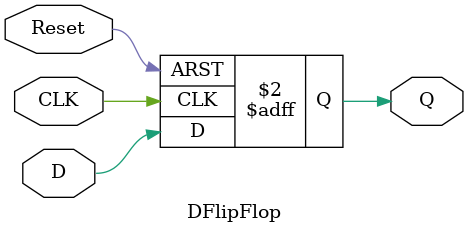
<source format=v>


module DFlipFlop(Q, D, Reset, CLK);
	
	output Q;
	input D, Reset, CLK;
	reg Q;					// Indicate whether Q is state-holding

	always @(posedge CLK or posedge Reset)
		if (Reset)
			Q = 0;			// On reset, set to 0
		else
			Q = D;			// Else, output D

endmodule

</source>
